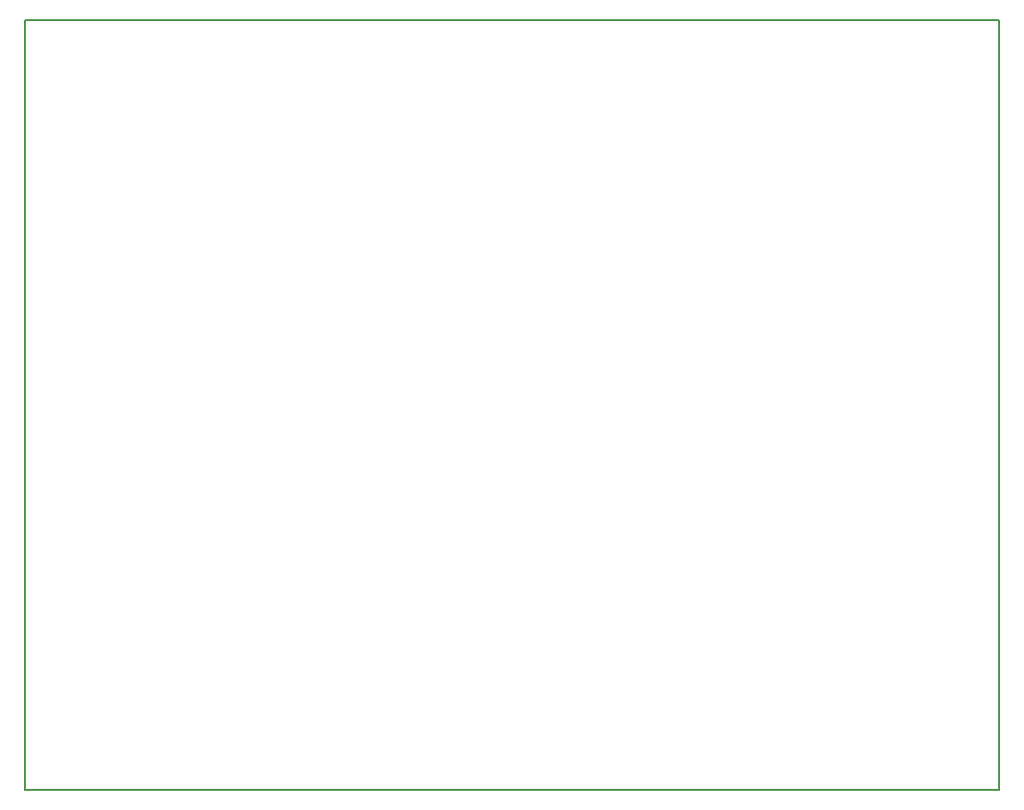
<source format=gm1>
%FSLAX24Y24*%
%MOIN*%
G70*
G01*
G75*
G04 Layer_Color=16776960*
%ADD10R,0.0413X0.0571*%
%ADD11O,0.0906X0.0236*%
%ADD12R,0.0571X0.0413*%
%ADD13R,0.0827X0.0846*%
%ADD14R,0.0433X0.0532*%
%ADD15C,0.0197*%
%ADD16C,0.0394*%
%ADD17C,0.0295*%
%ADD18C,0.0591*%
%ADD19C,0.0709*%
%ADD20C,0.1181*%
%ADD21C,0.0669*%
G04:AMPARAMS|DCode=22|XSize=78.7mil|YSize=78.7mil|CornerRadius=19.7mil|HoleSize=0mil|Usage=FLASHONLY|Rotation=270.000|XOffset=0mil|YOffset=0mil|HoleType=Round|Shape=RoundedRectangle|*
%AMROUNDEDRECTD22*
21,1,0.0787,0.0394,0,0,270.0*
21,1,0.0394,0.0787,0,0,270.0*
1,1,0.0394,-0.0197,-0.0197*
1,1,0.0394,-0.0197,0.0197*
1,1,0.0394,0.0197,0.0197*
1,1,0.0394,0.0197,-0.0197*
%
%ADD22ROUNDEDRECTD22*%
%ADD23C,0.0787*%
G04:AMPARAMS|DCode=24|XSize=70.9mil|YSize=70.9mil|CornerRadius=17.7mil|HoleSize=0mil|Usage=FLASHONLY|Rotation=0.000|XOffset=0mil|YOffset=0mil|HoleType=Round|Shape=RoundedRectangle|*
%AMROUNDEDRECTD24*
21,1,0.0709,0.0354,0,0,0.0*
21,1,0.0354,0.0709,0,0,0.0*
1,1,0.0354,0.0177,-0.0177*
1,1,0.0354,-0.0177,-0.0177*
1,1,0.0354,-0.0177,0.0177*
1,1,0.0354,0.0177,0.0177*
%
%ADD24ROUNDEDRECTD24*%
G04:AMPARAMS|DCode=25|XSize=70.9mil|YSize=70.9mil|CornerRadius=17.7mil|HoleSize=0mil|Usage=FLASHONLY|Rotation=270.000|XOffset=0mil|YOffset=0mil|HoleType=Round|Shape=RoundedRectangle|*
%AMROUNDEDRECTD25*
21,1,0.0709,0.0354,0,0,270.0*
21,1,0.0354,0.0709,0,0,270.0*
1,1,0.0354,-0.0177,-0.0177*
1,1,0.0354,-0.0177,0.0177*
1,1,0.0354,0.0177,0.0177*
1,1,0.0354,0.0177,-0.0177*
%
%ADD25ROUNDEDRECTD25*%
%ADD26C,0.0591*%
%ADD27O,0.0787X0.0630*%
%ADD28C,0.0630*%
G04:AMPARAMS|DCode=29|XSize=63mil|YSize=63mil|CornerRadius=15.7mil|HoleSize=0mil|Usage=FLASHONLY|Rotation=180.000|XOffset=0mil|YOffset=0mil|HoleType=Round|Shape=RoundedRectangle|*
%AMROUNDEDRECTD29*
21,1,0.0630,0.0315,0,0,180.0*
21,1,0.0315,0.0630,0,0,180.0*
1,1,0.0315,-0.0157,0.0157*
1,1,0.0315,0.0157,0.0157*
1,1,0.0315,0.0157,-0.0157*
1,1,0.0315,-0.0157,-0.0157*
%
%ADD29ROUNDEDRECTD29*%
%ADD30C,0.0512*%
%ADD31R,0.0512X0.1122*%
%ADD32R,0.0846X0.0827*%
%ADD33R,0.0492X0.0689*%
%ADD34R,0.0236X0.0866*%
%ADD35R,0.0610X0.0787*%
%ADD36R,0.0532X0.0433*%
%ADD37O,0.0217X0.0689*%
%ADD38O,0.0689X0.0217*%
%ADD39R,0.0768X0.0354*%
%ADD40R,0.0413X0.0768*%
%ADD41O,0.0236X0.0866*%
%ADD42R,0.0433X0.0354*%
%ADD43R,0.0689X0.0492*%
%ADD44C,0.0118*%
%ADD45C,0.0236*%
%ADD46C,0.0138*%
%ADD47C,0.0100*%
%ADD48C,0.0098*%
%ADD49C,0.0050*%
%ADD50C,0.0079*%
%ADD51R,0.0493X0.0651*%
%ADD52O,0.0986X0.0316*%
%ADD53R,0.0651X0.0493*%
%ADD54R,0.0907X0.0926*%
%ADD55R,0.0513X0.0612*%
%ADD56C,0.0789*%
%ADD57C,0.1261*%
%ADD58C,0.0749*%
G04:AMPARAMS|DCode=59|XSize=86.7mil|YSize=86.7mil|CornerRadius=23.7mil|HoleSize=0mil|Usage=FLASHONLY|Rotation=270.000|XOffset=0mil|YOffset=0mil|HoleType=Round|Shape=RoundedRectangle|*
%AMROUNDEDRECTD59*
21,1,0.0867,0.0394,0,0,270.0*
21,1,0.0394,0.0867,0,0,270.0*
1,1,0.0474,-0.0197,-0.0197*
1,1,0.0474,-0.0197,0.0197*
1,1,0.0474,0.0197,0.0197*
1,1,0.0474,0.0197,-0.0197*
%
%ADD59ROUNDEDRECTD59*%
%ADD60C,0.0867*%
G04:AMPARAMS|DCode=61|XSize=78.9mil|YSize=78.9mil|CornerRadius=21.7mil|HoleSize=0mil|Usage=FLASHONLY|Rotation=0.000|XOffset=0mil|YOffset=0mil|HoleType=Round|Shape=RoundedRectangle|*
%AMROUNDEDRECTD61*
21,1,0.0789,0.0354,0,0,0.0*
21,1,0.0354,0.0789,0,0,0.0*
1,1,0.0434,0.0177,-0.0177*
1,1,0.0434,-0.0177,-0.0177*
1,1,0.0434,-0.0177,0.0177*
1,1,0.0434,0.0177,0.0177*
%
%ADD61ROUNDEDRECTD61*%
G04:AMPARAMS|DCode=62|XSize=78.9mil|YSize=78.9mil|CornerRadius=21.7mil|HoleSize=0mil|Usage=FLASHONLY|Rotation=270.000|XOffset=0mil|YOffset=0mil|HoleType=Round|Shape=RoundedRectangle|*
%AMROUNDEDRECTD62*
21,1,0.0789,0.0354,0,0,270.0*
21,1,0.0354,0.0789,0,0,270.0*
1,1,0.0434,-0.0177,-0.0177*
1,1,0.0434,-0.0177,0.0177*
1,1,0.0434,0.0177,0.0177*
1,1,0.0434,0.0177,-0.0177*
%
%ADD62ROUNDEDRECTD62*%
%ADD63C,0.0671*%
%ADD64O,0.0867X0.0710*%
%ADD65C,0.0710*%
G04:AMPARAMS|DCode=66|XSize=71mil|YSize=71mil|CornerRadius=19.7mil|HoleSize=0mil|Usage=FLASHONLY|Rotation=180.000|XOffset=0mil|YOffset=0mil|HoleType=Round|Shape=RoundedRectangle|*
%AMROUNDEDRECTD66*
21,1,0.0710,0.0315,0,0,180.0*
21,1,0.0315,0.0710,0,0,180.0*
1,1,0.0395,-0.0157,0.0157*
1,1,0.0395,0.0157,0.0157*
1,1,0.0395,0.0157,-0.0157*
1,1,0.0395,-0.0157,-0.0157*
%
%ADD66ROUNDEDRECTD66*%
%ADD67R,0.0592X0.1202*%
%ADD68R,0.0926X0.0907*%
%ADD69R,0.0572X0.0769*%
%ADD70R,0.0316X0.0946*%
%ADD71R,0.0690X0.0867*%
%ADD72R,0.0612X0.0513*%
%ADD73O,0.0297X0.0769*%
%ADD74O,0.0769X0.0297*%
%ADD75R,0.0848X0.0434*%
%ADD76R,0.0493X0.0848*%
%ADD77O,0.0316X0.0946*%
%ADD78R,0.0513X0.0434*%
%ADD79R,0.0769X0.0572*%
%ADD80C,0.0157*%
%ADD81R,0.0217X0.1043*%
D49*
X10000Y10000D02*
Y36772D01*
X43858D01*
Y10000D02*
Y36772D01*
X10000Y10000D02*
X43858D01*
M02*

</source>
